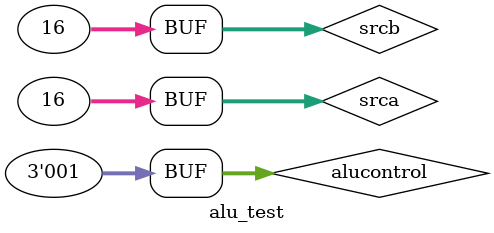
<source format=v>
`timescale 1ns / 1ps


module alu_test(

    );
	reg [31:0] srca, srcb;
	reg [2:0] alucontrol;
	wire [31:0] aluout;
	wire overflow, zero;
	initial begin
		#0 srca = 32'h0010;
		#5 srcb = 32'h0100;
		#5 alucontrol = 3'b000;
		#5 alucontrol = 3'b001;
		#5 alucontrol = 3'b010;
		#5 alucontrol = 3'b011;
		#5 alucontrol = 3'b100;
		#5 alucontrol = 3'b101;
		#5 srcb = 32'h0010;
		#5 alucontrol = 3'b001;
	end // initial
	alu alu0(srca, srcb, alucontrol, aluout, overflow, zero);
endmodule

</source>
